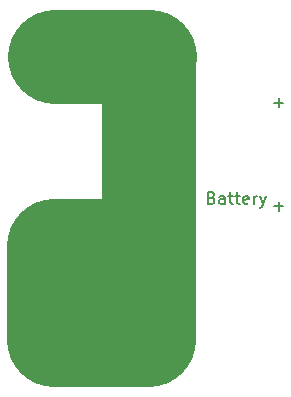
<source format=gto>
%TF.GenerationSoftware,KiCad,Pcbnew,4.0.4+e1-6308~48~ubuntu16.04.1-stable*%
%TF.CreationDate,2016-12-19T13:40:22-08:00*%
%TF.ProjectId,4x3-CR2032-Coin-Cell-Magnet,3478332D4352323033322D436F696E2D,1.0*%
%TF.FileFunction,Legend,Top*%
%FSLAX46Y46*%
G04 Gerber Fmt 4.6, Leading zero omitted, Abs format (unit mm)*
G04 Created by KiCad (PCBNEW 4.0.4+e1-6308~48~ubuntu16.04.1-stable) date Mon Dec 19 13:40:22 2016*
%MOMM*%
%LPD*%
G01*
G04 APERTURE LIST*
%ADD10C,0.350000*%
%ADD11C,8.000000*%
%ADD12C,0.150000*%
G04 APERTURE END LIST*
D10*
D11*
X139320000Y-109220000D02*
X139320000Y-85220000D01*
X131320000Y-101220000D02*
X131320000Y-109220000D01*
X131420000Y-85220000D02*
X139420000Y-85220000D01*
X131320000Y-109220000D02*
X139320000Y-109220000D01*
X131320000Y-101220000D02*
X139320000Y-101220000D01*
D12*
X144648571Y-97148571D02*
X144791428Y-97196190D01*
X144839047Y-97243810D01*
X144886666Y-97339048D01*
X144886666Y-97481905D01*
X144839047Y-97577143D01*
X144791428Y-97624762D01*
X144696190Y-97672381D01*
X144315237Y-97672381D01*
X144315237Y-96672381D01*
X144648571Y-96672381D01*
X144743809Y-96720000D01*
X144791428Y-96767619D01*
X144839047Y-96862857D01*
X144839047Y-96958095D01*
X144791428Y-97053333D01*
X144743809Y-97100952D01*
X144648571Y-97148571D01*
X144315237Y-97148571D01*
X145743809Y-97672381D02*
X145743809Y-97148571D01*
X145696190Y-97053333D01*
X145600952Y-97005714D01*
X145410475Y-97005714D01*
X145315237Y-97053333D01*
X145743809Y-97624762D02*
X145648571Y-97672381D01*
X145410475Y-97672381D01*
X145315237Y-97624762D01*
X145267618Y-97529524D01*
X145267618Y-97434286D01*
X145315237Y-97339048D01*
X145410475Y-97291429D01*
X145648571Y-97291429D01*
X145743809Y-97243810D01*
X146077142Y-97005714D02*
X146458094Y-97005714D01*
X146219999Y-96672381D02*
X146219999Y-97529524D01*
X146267618Y-97624762D01*
X146362856Y-97672381D01*
X146458094Y-97672381D01*
X146648571Y-97005714D02*
X147029523Y-97005714D01*
X146791428Y-96672381D02*
X146791428Y-97529524D01*
X146839047Y-97624762D01*
X146934285Y-97672381D01*
X147029523Y-97672381D01*
X147743810Y-97624762D02*
X147648572Y-97672381D01*
X147458095Y-97672381D01*
X147362857Y-97624762D01*
X147315238Y-97529524D01*
X147315238Y-97148571D01*
X147362857Y-97053333D01*
X147458095Y-97005714D01*
X147648572Y-97005714D01*
X147743810Y-97053333D01*
X147791429Y-97148571D01*
X147791429Y-97243810D01*
X147315238Y-97339048D01*
X148220000Y-97672381D02*
X148220000Y-97005714D01*
X148220000Y-97196190D02*
X148267619Y-97100952D01*
X148315238Y-97053333D01*
X148410476Y-97005714D01*
X148505715Y-97005714D01*
X148743810Y-97005714D02*
X148981905Y-97672381D01*
X149220001Y-97005714D02*
X148981905Y-97672381D01*
X148886667Y-97910476D01*
X148839048Y-97958095D01*
X148743810Y-98005714D01*
X149939048Y-89091429D02*
X150700953Y-89091429D01*
X150320001Y-89472381D02*
X150320001Y-88710476D01*
X149939048Y-97891429D02*
X150700953Y-97891429D01*
X150320001Y-98272381D02*
X150320001Y-97510476D01*
M02*

</source>
